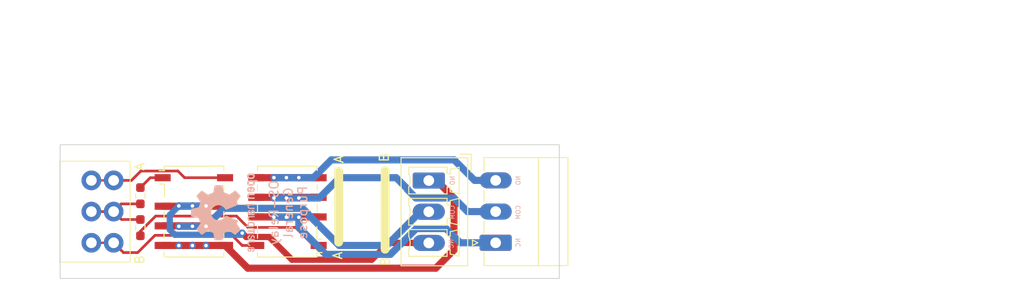
<source format=kicad_pcb>
(kicad_pcb (version 20240108) (generator "pcbnew") (generator_version "8.0")
  (layers (0 "F.Cu" signal) (31 "B.Cu" signal) (34 "B.Paste" user) (35 "F.Paste" user) (36 "B.SilkS" user "B.Silkscreen") (37 "F.SilkS" user "F.Silkscreen") (38 "B.Mask" user) (39 "F.Mask" user) (44 "Edge.Cuts" user))
  (net 0 "")
  (net 1 "/relay1/Coil2")
  (net 2 "/relay1/Coil1")
  (net 3 "/relay1/V+")
  (net 4 "/relay1/COM1")
  (net 5 "/relay1/NC1")
  (net 6 "/relay1/NO1")
  (net 7 "/relay1/COM2")
  (net 8 "/relay1/NC2")
  (net 9 "/relay1/NO2")
  (net 10 "Net-(K1-Pad1)")
  (net 11 "Net-(K2-Pad1)")
  (footprint "custom_kicad_lib_sk:R_0603_smalltext" (layer "F.Cu") (at 110.998 61.722 -90)
    (property "Reference" "R2" (hide yes))
    (property "Value" "680R")
    (pad "1" smd roundrect (at -0.9125 0 270) (size 0.975 0.95) (layers "F.Cu" "F.Paste" "F.Mask") (net 11 "Net-(K2-Pad1)"))
    (pad "2" smd roundrect (at 0.9125 0 270) (size 0.975 0.95) (layers "F.Cu" "F.Paste" "F.Mask") (net 3 "/relay1/V+"))
  )
  (footprint "Connector_Phoenix_MC:PhoenixContact_MC_1,5_3-G-3.5_1x03_P3.50mm_Horizontal" (layer "F.Cu") (at 150.8575 67 90)
    (property "Reference" "J4" (hide yes))
    (property "Value" "Screw_Terminal_01x03")
    (pad "1" thru_hole roundrect (at 0 0 90) (size 1.8 3.6) (drill 1.2) (layers "*.Cu" "*.Mask") (roundrect_rratio 0.138889) (net 5 "/relay1/NC1"))
    (pad "2" thru_hole oval (at 3.5 0 90) (size 1.8 3.6) (drill 1.2) (layers "*.Cu" "*.Mask") (net 4 "/relay1/COM1"))
    (pad "3" thru_hole oval (at 7 0 90) (size 1.8 3.6) (drill 1.2) (layers "*.Cu" "*.Mask") (net 6 "/relay1/NO1"))
  )
  (footprint "Relay_SMD:Relay_DPDT_Omron_G6K-2F-Y" (layer "F.Cu") (at 117 63.5)
    (property "Reference" "K2" (hide yes))
    (property "Value" "G6K-2F-Y-TR DC12")
    (pad "1" smd rect (at -3.5 -3.8) (size 1.8 0.8) (layers "F.Cu" "F.Paste" "F.Mask") (net 11 "Net-(K2-Pad1)"))
    (pad "2" smd rect (at -3.5 -0.6) (size 1.8 0.8) (layers "F.Cu" "F.Paste" "F.Mask") (net 8 "/relay1/NC2"))
    (pad "3" smd rect (at -3.5 1.6) (size 1.8 0.8) (layers "F.Cu" "F.Paste" "F.Mask") (net 7 "/relay1/COM2"))
    (pad "4" smd rect (at -3.5 3.8) (size 1.8 0.8) (layers "F.Cu" "F.Paste" "F.Mask") (net 9 "/relay1/NO2"))
    (pad "5" smd rect (at 3.5 3.8) (size 1.8 0.8) (layers "F.Cu" "F.Paste" "F.Mask") (net 9 "/relay1/NO2"))
    (pad "6" smd rect (at 3.5 1.6) (size 1.8 0.8) (layers "F.Cu" "F.Paste" "F.Mask") (net 7 "/relay1/COM2"))
    (pad "7" smd rect (at 3.5 -0.6) (size 1.8 0.8) (layers "F.Cu" "F.Paste" "F.Mask") (net 8 "/relay1/NC2"))
    (pad "8" smd rect (at 3.5 -3.8) (size 1.8 0.8) (layers "F.Cu" "F.Paste" "F.Mask") (net 2 "/relay1/Coil1"))
  )
  (footprint "custom_kicad_lib_sk:R_0603_smalltext" (layer "F.Cu") (at 110.998 65.3015 90)
    (property "Reference" "R1" (hide yes))
    (property "Value" "680R")
    (pad "1" smd roundrect (at -0.9125 0 90) (size 0.975 0.95) (layers "F.Cu" "F.Paste" "F.Mask") (net 10 "Net-(K1-Pad1)"))
    (pad "2" smd roundrect (at 0.9125 0 90) (size 0.975 0.95) (layers "F.Cu" "F.Paste" "F.Mask") (net 3 "/relay1/V+"))
  )
  (footprint "custom_kicad_lib_sk:connector_3.50mm_3P horizontal_MALE" (layer "F.Cu") (at 108 63.5 -90)
    (property "Reference" "J1" (hide yes))
    (property "Value" "Screw_Terminal_01x03" (hide yes))
    (pad "1" thru_hole circle (at 3.5 0 270) (size 2.2 2.2) (drill 1.2) (layers "*.Cu" "*.Mask") (net 1 "/relay1/Coil2"))
    (pad "1" thru_hole circle (at 3.5 2.5 270) (size 2.2 2.2) (drill 1.2) (layers "*.Cu" "*.Mask") (net 1 "/relay1/Coil2"))
    (pad "2" thru_hole circle (at 0 0 270) (size 2.2 2.2) (drill 1.2) (layers "*.Cu" "*.Mask") (net 3 "/relay1/V+"))
    (pad "2" thru_hole circle (at 0 2.5 270) (size 2.2 2.2) (drill 1.2) (layers "*.Cu" "*.Mask") (net 3 "/relay1/V+"))
    (pad "3" thru_hole circle (at -3.5 0 270) (size 2.2 2.2) (drill 1.2) (layers "*.Cu" "*.Mask") (net 2 "/relay1/Coil1"))
    (pad "3" thru_hole circle (at -3.5 2.5 270) (size 2.2 2.2) (drill 1.2) (layers "*.Cu" "*.Mask") (net 2 "/relay1/Coil1"))
  )
  (footprint "Relay_SMD:Relay_DPDT_Omron_G6K-2F-Y" (layer "F.Cu") (at 127.5 63.5 180)
    (property "Reference" "K1" (hide yes))
    (property "Value" "G6K-2F-Y-TR DC12")
    (pad "1" smd rect (at -3.5 -3.8 180) (size 1.8 0.8) (layers "F.Cu" "F.Paste" "F.Mask") (net 10 "Net-(K1-Pad1)"))
    (pad "2" smd rect (at -3.5 -0.6 180) (size 1.8 0.8) (layers "F.Cu" "F.Paste" "F.Mask") (net 5 "/relay1/NC1"))
    (pad "3" smd rect (at -3.5 1.6 180) (size 1.8 0.8) (layers "F.Cu" "F.Paste" "F.Mask") (net 4 "/relay1/COM1"))
    (pad "4" smd rect (at -3.5 3.8 180) (size 1.8 0.8) (layers "F.Cu" "F.Paste" "F.Mask") (net 6 "/relay1/NO1"))
    (pad "5" smd rect (at 3.5 3.8 180) (size 1.8 0.8) (layers "F.Cu" "F.Paste" "F.Mask") (net 6 "/relay1/NO1"))
    (pad "6" smd rect (at 3.5 1.6 180) (size 1.8 0.8) (layers "F.Cu" "F.Paste" "F.Mask") (net 4 "/relay1/COM1"))
    (pad "7" smd rect (at 3.5 -0.6 180) (size 1.8 0.8) (layers "F.Cu" "F.Paste" "F.Mask") (net 5 "/relay1/NC1"))
    (pad "8" smd rect (at 3.5 -3.8 180) (size 1.8 0.8) (layers "F.Cu" "F.Paste" "F.Mask") (net 1 "/relay1/Coil2"))
  )
  (footprint "Connector_Phoenix_MC:PhoenixContact_MCV_1,5_3-G-3.5_1x03_P3.50mm_Vertical" (layer "F.Cu") (at 143.3575 60.0175 -90)
    (property "Reference" "J5" (hide yes))
    (property "Value" "Screw_Terminal_01x03")
    (pad "1" thru_hole roundrect (at 0 0 270) (size 1.8 3.6) (drill 1.2) (layers "*.Cu" "*.Mask") (roundrect_rratio 0.138889) (net 9 "/relay1/NO2"))
    (pad "2" thru_hole oval (at 3.5 0 270) (size 1.8 3.6) (drill 1.2) (layers "*.Cu" "*.Mask") (net 7 "/relay1/COM2"))
    (pad "3" thru_hole oval (at 7 0 270) (size 1.8 3.6) (drill 1.2) (layers "*.Cu" "*.Mask") (net 8 "/relay1/NC2"))
  )
  (footprint "MountingHole:MountingHole_3.2mm_M3" (layer "F.Cu") (at 136 63.5)
    (property "Reference" "REF**" (hide yes))
    (property "Value" "MountingHole_3.2mm_M3")
    (pad "" np_thru_hole circle (at 0 0) (size 3.2 3.2) (drill 3.2) (layers "*.Cu" "*.Mask"))
  )
  (footprint "Symbol:OSHW-Logo2_9.8x8mm_SilkScreen" (layer "B.Cu") (at 120.396 63.627 -90)
    (property "Reference" "REF**" (hide yes))
    (property "Value" "OSHW-Logo2_9.8x8mm_SilkScreen" (hide yes))
  )
  (gr_line (start 133.25 59) (end 133.25 66.921) (stroke (width 1)) (layer "F.SilkS"))
  (gr_line (start 138.457 58.921) (end 138.457 67.715) (stroke (width 1)) (layer "F.SilkS"))
  (gr_rect (start 102 56) (end 158 71) (stroke (width 0.1)) (fill none) (layer "Edge.Cuts"))
  (gr_text "NO" (at 146.304 59.436 90) (layer "B.SilkS") (effects (font (size 0.5 0.5) (thickness 0.075)) (justify left bottom mirror)))
  (gr_text "NC" (at 153.67 66.421 90) (layer "B.SilkS") (effects (font (size 0.5 0.5) (thickness 0.075)) (justify left bottom mirror)))
  (gr_text "OS-Relay\nGeneral\nPurpose" (at 129.794 63.627 90) (layer "B.SilkS") (effects (font (size 1 1)) (justify bottom mirror)))
  (gr_text "COM" (at 153.67 62.738 90) (layer "B.SilkS") (effects (font (size 0.5 0.5) (thickness 0.075)) (justify left bottom mirror)))
  (gr_text "NC" (at 146.177 66.548 90) (layer "B.SilkS") (effects (font (size 0.5 0.5) (thickness 0.075)) (justify left bottom mirror)))
  (gr_text "COM" (at 146.304 62.738 90) (layer "B.SilkS") (effects (font (size 0.5 0.5) (thickness 0.075)) (justify left bottom mirror)))
  (gr_text "NO" (at 153.67 59.436 90) (layer "B.SilkS") (effects (font (size 0.5 0.5) (thickness 0.075)) (justify left bottom mirror)))
  (gr_text "B" (at 138.938 58.039 90) (layer "F.SilkS") (effects (font (size 1 1)) (justify left bottom)))
  (gr_text "A" (at 111.5 59 90) (layer "F.SilkS") (effects (font (size 1 1)) (justify left bottom)))
  (gr_text "B" (at 139.065 69.723 90) (layer "F.SilkS") (effects (font (size 1 1)) (justify left bottom)))
  (gr_text "B" (at 111.5 69.5 90) (layer "F.SilkS") (effects (font (size 1 1)) (justify left bottom)))
  (gr_text "A" (at 133.731 68.961 90) (layer "F.SilkS") (effects (font (size 1 1)) (justify left bottom)))
  (gr_text "A" (at 133.858 58.166 90) (layer "F.SilkS") (effects (font (size 1 1)) (justify left bottom)))
  (segment (start 122.418 67.3) (end 124 67.3) (width 0.3) (layer "F.Cu") (net 1))
  (segment (start 112.633 66.167) (end 121.285 66.167) (width 0.3) (layer "F.Cu") (net 1))
  (segment (start 109.099999 68.099999) (end 110.700001 68.099999) (width 0.3) (layer "F.Cu") (net 1))
  (segment (start 105.5 67) (end 108 67) (width 0.25) (layer "F.Cu") (net 1))
  (segment (start 110.700001 68.099999) (end 112.633 66.167) (width 0.3) (layer "F.Cu") (net 1))
  (segment (start 108 67) (end 109.099999 68.099999) (width 0.3) (layer "F.Cu") (net 1))
  (segment (start 121.285 66.167) (end 122.418 67.3) (width 0.3) (layer "F.Cu") (net 1))
  (segment (start 115.961 59.7) (end 115.211 58.95) (width 0.3) (layer "F.Cu") (net 2))
  (segment (start 115.211 58.95) (end 111.05 58.95) (width 0.3) (layer "F.Cu") (net 2))
  (segment (start 111.05 58.95) (end 110 60) (width 0.3) (layer "F.Cu") (net 2))
  (segment (start 108 60) (end 105.5 60) (width 0.25) (layer "F.Cu") (net 2))
  (segment (start 110 60) (end 108 60) (width 0.3) (layer "F.Cu") (net 2))
  (segment (start 120.5 59.7) (end 115.961 59.7) (width 0.3) (layer "F.Cu") (net 2))
  (segment (start 110.998 62.6345) (end 108.8655 62.6345) (width 0.3) (layer "F.Cu") (net 3))
  (segment (start 108 63.5) (end 105.5 63.5) (width 0.3) (layer "F.Cu") (net 3))
  (segment (start 110.998 64.389) (end 108.889 64.389) (width 0.3) (layer "F.Cu") (net 3))
  (segment (start 108.889 64.389) (end 108 63.5) (width 0.3) (layer "F.Cu") (net 3))
  (segment (start 108.8655 62.6345) (end 108 63.5) (width 0.3) (layer "F.Cu") (net 3))
  (segment (start 124 61.9) (end 131 61.9) (width 0.8) (layer "F.Cu") (net 4))
  (via (at 127.381 61.976) (size 0.8) (drill 0.4) (layers "F.Cu" "B.Cu") (net 4))
  (via (at 125.984 61.976) (size 0.8) (drill 0.4) (layers "F.Cu" "B.Cu") (net 4))
  (via (at 128.778 61.976) (size 0.8) (drill 0.4) (layers "F.Cu" "B.Cu") (net 4))
  (segment (start 128.778 61.976) (end 131.076607 61.976) (width 0.8) (layer "B.Cu") (net 4))
  (segment (start 147.701 63.5) (end 150.8575 63.5) (width 0.8) (layer "B.Cu") (net 4))
  (segment (start 141.90699 61.976) (end 146.177 61.976) (width 0.8) (layer "B.Cu") (net 4))
  (segment (start 140.9575 60.9575) (end 140.9575 61.02651) (width 0.8) (layer "B.Cu") (net 4))
  (segment (start 125.984 61.976) (end 128.778 61.976) (width 0.8) (layer "B.Cu") (net 4))
  (segment (start 140.9575 61.02651) (end 141.90699 61.976) (width 0.8) (layer "B.Cu") (net 4))
  (segment (start 133.352607 59.7) (end 139.7 59.7) (width 0.8) (layer "B.Cu") (net 4))
  (segment (start 146.177 61.976) (end 147.701 63.5) (width 0.8) (layer "B.Cu") (net 4))
  (segment (start 139.7 59.7) (end 140.9575 60.9575) (width 0.8) (layer "B.Cu") (net 4))
  (segment (start 131.076607 61.976) (end 133.352607 59.7) (width 0.8) (layer "B.Cu") (net 4))
  (segment (start 131 64.1) (end 124 64.1) (width 0.8) (layer "F.Cu") (net 5))
  (via (at 125.984 64.135) (size 0.8) (drill 0.4) (layers "F.Cu" "B.Cu") (net 5))
  (via (at 127.381 64.135) (size 0.8) (drill 0.4) (layers "F.Cu" "B.Cu") (net 5))
  (via (at 128.778 64.135) (size 0.8) (drill 0.4) (layers "F.Cu" "B.Cu") (net 5))
  (segment (start 131.8 68.3) (end 139.05368 68.3) (width 0.8) (layer "B.Cu") (net 5))
  (segment (start 139.05368 68.3) (end 141.94868 65.405) (width 0.8) (layer "B.Cu") (net 5))
  (segment (start 145.288 65.405) (end 146.883 67) (width 0.8) (layer "B.Cu") (net 5))
  (segment (start 128.778 65.278) (end 131.8 68.3) (width 0.8) (layer "B.Cu") (net 5))
  (segment (start 146.883 67) (end 150.8575 67) (width 0.8) (layer "B.Cu") (net 5))
  (segment (start 141.94868 65.405) (end 145.288 65.405) (width 0.8) (layer "B.Cu") (net 5))
  (segment (start 125.984 64.135) (end 128.778 64.135) (width 0.8) (layer "B.Cu") (net 5))
  (segment (start 128.778 64.135) (end 128.778 65.278) (width 0.8) (layer "B.Cu") (net 5))
  (segment (start 125.984 59.69) (end 125.974 59.7) (width 0.8) (layer "F.Cu") (net 6))
  (segment (start 125.994 59.7) (end 125.984 59.69) (width 0.8) (layer "F.Cu") (net 6))
  (segment (start 131 59.7) (end 125.994 59.7) (width 0.8) (layer "F.Cu") (net 6))
  (segment (start 125.974 59.7) (end 124 59.7) (width 0.8) (layer "F.Cu") (net 6))
  (via (at 128.778 59.69) (size 0.8) (drill 0.4) (layers "F.Cu" "B.Cu") (net 6))
  (via (at 125.984 59.69) (size 0.8) (drill 0.4) (layers "F.Cu" "B.Cu") (net 6))
  (via (at 127.381 59.69) (size 0.8) (drill 0.4) (layers "F.Cu" "B.Cu") (net 6))
  (segment (start 125.984 59.69) (end 130.429 59.69) (width 0.8) (layer "B.Cu") (net 6))
  (segment (start 148.5 60) (end 150.8575 60) (width 0.8) (layer "B.Cu") (net 6))
  (segment (start 130.429 59.69) (end 132.419 57.7) (width 0.8) (layer "B.Cu") (net 6))
  (segment (start 132.419 57.7) (end 146.2 57.7) (width 0.8) (layer "B.Cu") (net 6))
  (segment (start 146.2 57.7) (end 148.5 60) (width 0.8) (layer "B.Cu") (net 6))
  (segment (start 115.265 65.1) (end 115.316 65.151) (width 0.8) (layer "F.Cu") (net 7))
  (segment (start 116.891 65.1) (end 118.313 65.1) (width 0.8) (layer "F.Cu") (net 7))
  (segment (start 118.415 65.1) (end 120.5 65.1) (width 0.8) (layer "F.Cu") (net 7))
  (segment (start 116.84 65.151) (end 116.891 65.1) (width 0.8) (layer "F.Cu") (net 7))
  (segment (start 118.313 65.1) (end 118.364 65.151) (width 0.8) (layer "F.Cu") (net 7))
  (segment (start 116.789 65.1) (end 116.84 65.151) (width 0.8) (layer "F.Cu") (net 7))
  (segment (start 113.5 65.1) (end 115.265 65.1) (width 0.8) (layer "F.Cu") (net 7))
  (segment (start 115.316 65.151) (end 115.367 65.1) (width 0.8) (layer "F.Cu") (net 7))
  (segment (start 118.364 65.151) (end 118.415 65.1) (width 0.8) (layer "F.Cu") (net 7))
  (segment (start 115.367 65.1) (end 116.789 65.1) (width 0.8) (layer "F.Cu") (net 7))
  (via (at 116.84 65.151) (size 0.8) (drill 0.4) (layers "F.Cu" "B.Cu") (net 7))
  (via (at 118.364 65.151) (size 0.8) (drill 0.4) (layers "F.Cu" "B.Cu") (net 7))
  (via (at 115.316 65.151) (size 0.8) (drill 0.4) (layers "F.Cu" "B.Cu") (net 7))
  (segment (start 138.639466 67.3) (end 142.421966 63.5175) (width 0.8) (layer "B.Cu") (net 7))
  (segment (start 142.421966 63.5175) (end 143.3575 63.5175) (width 0.8) (layer "B.Cu") (net 7))
  (segment (start 129.192214 63.135) (end 129.778 63.720786) (width 0.8) (layer "B.Cu") (net 7))
  (segment (start 133.3 67.3) (end 138.639466 67.3) (width 0.8) (layer "B.Cu") (net 7))
  (segment (start 129.778 63.778) (end 133.3 67.3) (width 0.8) (layer "B.Cu") (net 7))
  (segment (start 129.778 63.720786) (end 129.778 63.778) (width 0.8) (layer "B.Cu") (net 7))
  (segment (start 120.38 63.135) (end 129.192214 63.135) (width 0.8) (layer "B.Cu") (net 7))
  (segment (start 115.316 65.151) (end 118.364 65.151) (width 0.8) (layer "B.Cu") (net 7))
  (segment (start 118.364 65.151) (end 120.38 63.135) (width 0.8) (layer "B.Cu") (net 7))
  (segment (start 122.865 66.35) (end 122.428 65.913) (width 0.7) (layer "F.Cu") (net 8))
  (segment (start 118.399 62.9) (end 118.364 62.865) (width 0.8) (layer "F.Cu") (net 8))
  (segment (start 138.8495 67.0175) (end 138.176 67.691) (width 0.7) (layer "F.Cu") (net 8))
  (segment (start 128 68.9) (end 125.45 66.35) (width 0.7) (layer "F.Cu") (net 8))
  (segment (start 116.875 62.9) (end 116.84 62.865) (width 0.8) (layer "F.Cu") (net 8))
  (segment (start 118.364 62.865) (end 118.329 62.9) (width 0.8) (layer "F.Cu") (net 8))
  (segment (start 134.239 68.9) (end 128 68.9) (width 0.7) (layer "F.Cu") (net 8))
  (segment (start 138.176 67.691) (end 136.967 68.9) (width 0.7) (layer "F.Cu") (net 8))
  (segment (start 115.316 62.865) (end 115.281 62.9) (width 0.8) (layer "F.Cu") (net 8))
  (segment (start 116.805 62.9) (end 115.351 62.9) (width 0.8) (layer "F.Cu") (net 8))
  (segment (start 143.3575 67.0175) (end 138.8495 67.0175) (width 0.7) (layer "F.Cu") (net 8))
  (segment (start 136.967 68.9) (end 134.239 68.9) (width 0.7) (layer "F.Cu") (net 8))
  (segment (start 120.5 62.9) (end 118.399 62.9) (width 0.8) (layer "F.Cu") (net 8))
  (segment (start 115.351 62.9) (end 115.316 62.865) (width 0.8) (layer "F.Cu") (net 8))
  (segment (start 118.329 62.9) (end 116.875 62.9) (width 0.8) (layer "F.Cu") (net 8))
  (segment (start 115.281 62.9) (end 113.5 62.9) (width 0.8) (layer "F.Cu") (net 8))
  (segment (start 116.84 62.865) (end 116.805 62.9) (width 0.8) (layer "F.Cu") (net 8))
  (segment (start 125.45 66.35) (end 122.865 66.35) (width 0.7) (layer "F.Cu") (net 8))
  (via (at 116.84 62.865) (size 0.8) (drill 0.4) (layers "F.Cu" "B.Cu") (net 8))
  (via (at 122.428 65.913) (size 0.8) (drill 0.4) (layers "F.Cu" "B.Cu") (net 8))
  (via (at 118.364 62.865) (size 0.8) (drill 0.4) (layers "F.Cu" "B.Cu") (net 8))
  (via (at 115.316 62.865) (size 0.8) (drill 0.4) (layers "F.Cu" "B.Cu") (net 8))
  (segment (start 114.3 65.532) (end 114.3 63.881) (width 0.7) (layer "B.Cu") (net 8))
  (segment (start 114.869 66.101) (end 114.3 65.532) (width 0.7) (layer "B.Cu") (net 8))
  (segment (start 114.3 63.881) (end 115.316 62.865) (width 0.7) (layer "B.Cu") (net 8))
  (segment (start 122.24 66.101) (end 114.869 66.101) (width 0.7) (layer "B.Cu") (net 8))
  (segment (start 122.428 65.913) (end 122.24 66.101) (width 0.7) (layer "B.Cu") (net 8))
  (segment (start 115.316 62.865) (end 118.364 62.865) (width 0.8) (layer "B.Cu") (net 8))
  (segment (start 146.177 61.976) (end 144.2185 60.0175) (width 0.8) (layer "F.Cu") (net 9))
  (segment (start 116.85 67.3) (end 118.354 67.3) (width 0.8) (layer "F.Cu") (net 9))
  (segment (start 116.84 67.31) (end 116.85 67.3) (width 0.8) (layer "F.Cu") (net 9))
  (segment (start 123.05 69.85) (end 144.145 69.85) (width 0.8) (layer "F.Cu") (net 9))
  (segment (start 118.364 67.31) (end 118.374 67.3) (width 0.8) (layer "F.Cu") (net 9))
  (segment (start 115.316 67.31) (end 115.326 67.3) (width 0.8) (layer "F.Cu") (net 9))
  (segment (start 118.354 67.3) (end 118.364 67.31) (width 0.8) (layer "F.Cu") (net 9))
  (segment (start 144.2185 60.0175) (end 143.3575 60.0175) (width 0.8) (layer "F.Cu") (net 9))
  (segment (start 116.83 67.3) (end 116.84 67.31) (width 0.8) (layer "F.Cu") (net 9))
  (segment (start 118.374 67.3) (end 120.5 67.3) (width 0.8) (layer "F.Cu") (net 9))
  (segment (start 120.5 67.3) (end 123.05 69.85) (width 0.8) (layer "F.Cu") (net 9))
  (segment (start 113.5 67.3) (end 115.306 67.3) (width 0.8) (layer "F.Cu") (net 9))
  (segment (start 115.306 67.3) (end 115.316 67.31) (width 0.8) (layer "F.Cu") (net 9))
  (segment (start 144.145 69.85) (end 146.177 67.818) (width 0.8) (layer "F.Cu") (net 9))
  (segment (start 146.177 67.818) (end 146.177 61.976) (width 0.8) (layer "F.Cu") (net 9))
  (segment (start 115.326 67.3) (end 116.83 67.3) (width 0.8) (layer "F.Cu") (net 9))
  (via (at 115.316 67.31) (size 0.8) (drill 0.4) (layers "F.Cu" "B.Cu") (net 9))
  (via (at 116.84 67.31) (size 0.8) (drill 0.4) (layers "F.Cu" "B.Cu") (net 9))
  (via (at 118.364 67.31) (size 0.8) (drill 0.4) (layers "F.Cu" "B.Cu") (net 9))
  (segment (start 121.793 64.008) (end 112.703932 64.008) (width 0.3) (layer "F.Cu") (net 10))
  (segment (start 110.998 65.713932) (end 110.998 66.214) (width 0.3) (layer "F.Cu") (net 10))
  (segment (start 112.703932 64.008) (end 110.998 65.713932) (width 0.3) (layer "F.Cu") (net 10))
  (segment (start 123.063 65.278) (end 121.793 64.008) (width 0.3) (layer "F.Cu") (net 10))
  (segment (start 128.397 65.278) (end 123.063 65.278) (width 0.3) (layer "F.Cu") (net 10))
  (segment (start 130.419 67.3) (end 128.397 65.278) (width 0.3) (layer "F.Cu") (net 10))
  (segment (start 131 67.3) (end 130.419 67.3) (width 0.3) (layer "F.Cu") (net 10))
  (segment (start 112.1075 59.7) (end 110.998 60.8095) (width 0.3) (layer "F.Cu") (net 11))
  (segment (start 113.5 59.7) (end 112.1075 59.7) (width 0.3) (layer "F.Cu") (net 11))
)
</source>
